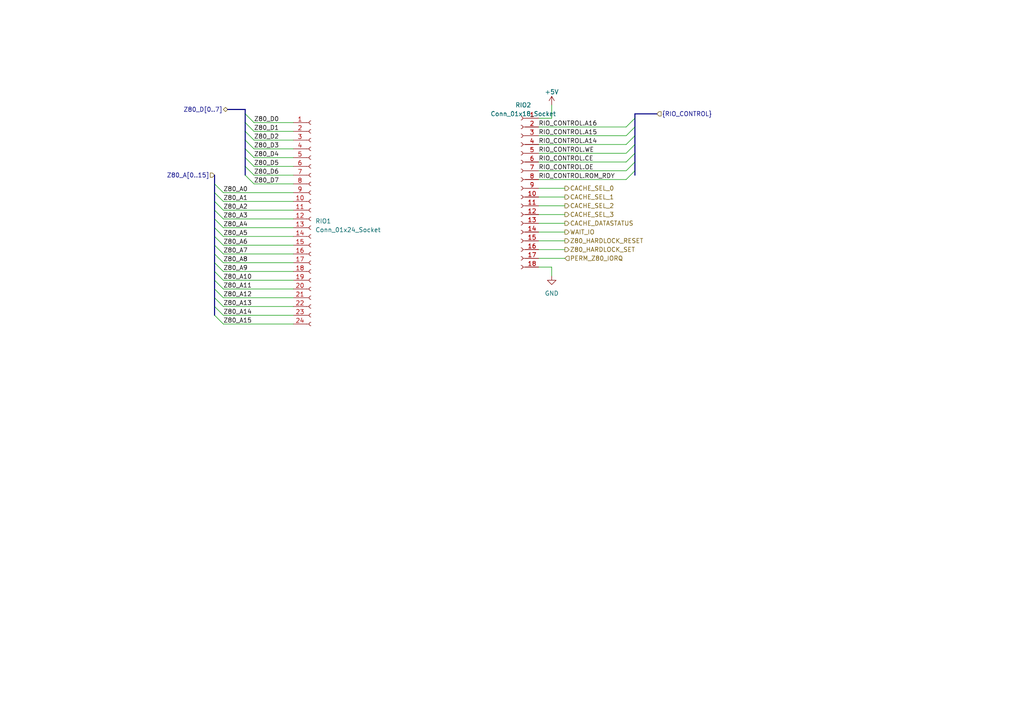
<source format=kicad_sch>
(kicad_sch (version 20230121) (generator eeschema)
  (paper "A4")
  (lib_symbols
    (symbol "Connector:Conn_01x18_Socket" (pin_names (offset 1.016) hide)
      (property "Reference" "J" (at 0 22.86 0))
      (property "Value" "Conn_01x18_Socket" (at 0 -25.4 0))
      (symbol "Conn_01x18_Socket_1_1"
        (arc (start 0 -22.352) (mid -0.5058 -22.86) (end 0 -23.368) (stroke (width 0.1524)))
        (arc (start 0 -19.812) (mid -0.5058 -20.32) (end 0 -20.828) (stroke (width 0.1524)))
        (arc (start 0 -17.272) (mid -0.5058 -17.78) (end 0 -18.288) (stroke (width 0.1524)))
        (arc (start 0 -14.732) (mid -0.5058 -15.24) (end 0 -15.748) (stroke (width 0.1524)))
        (arc (start 0 -12.192) (mid -0.5058 -12.7) (end 0 -13.208) (stroke (width 0.1524)))
        (arc (start 0 -9.652) (mid -0.5058 -10.16) (end 0 -10.668) (stroke (width 0.1524)))
        (arc (start 0 -7.112) (mid -0.5058 -7.62) (end 0 -8.128) (stroke (width 0.1524)))
        (arc (start 0 -4.572) (mid -0.5058 -5.08) (end 0 -5.588) (stroke (width 0.1524)))
        (arc (start 0 -2.032) (mid -0.5058 -2.54) (end 0 -3.048) (stroke (width 0.1524)))
        (polyline (pts (xy -1.27 -22.86) (xy -0.508 -22.86)) (stroke (width 0.1524)))
        (polyline (pts (xy -1.27 -20.32) (xy -0.508 -20.32)) (stroke (width 0.1524)))
        (polyline (pts (xy -1.27 -17.78) (xy -0.508 -17.78)) (stroke (width 0.1524)))
        (polyline (pts (xy -1.27 -15.24) (xy -0.508 -15.24)) (stroke (width 0.1524)))
        (polyline (pts (xy -1.27 -12.7) (xy -0.508 -12.7)) (stroke (width 0.1524)))
        (polyline (pts (xy -1.27 -10.16) (xy -0.508 -10.16)) (stroke (width 0.1524)))
        (polyline (pts (xy -1.27 -7.62) (xy -0.508 -7.62)) (stroke (width 0.1524)))
        (polyline (pts (xy -1.27 -5.08) (xy -0.508 -5.08)) (stroke (width 0.1524)))
        (polyline (pts (xy -1.27 -2.54) (xy -0.508 -2.54)) (stroke (width 0.1524)))
        (polyline (pts (xy -1.27 0) (xy -0.508 0)) (stroke (width 0.1524)))
        (polyline (pts (xy -1.27 2.54) (xy -0.508 2.54)) (stroke (width 0.1524)))
        (polyline (pts (xy -1.27 5.08) (xy -0.508 5.08)) (stroke (width 0.1524)))
        (polyline (pts (xy -1.27 7.62) (xy -0.508 7.62)) (stroke (width 0.1524)))
        (polyline (pts (xy -1.27 10.16) (xy -0.508 10.16)) (stroke (width 0.1524)))
        (polyline (pts (xy -1.27 12.7) (xy -0.508 12.7)) (stroke (width 0.1524)))
        (polyline (pts (xy -1.27 15.24) (xy -0.508 15.24)) (stroke (width 0.1524)))
        (polyline (pts (xy -1.27 17.78) (xy -0.508 17.78)) (stroke (width 0.1524)))
        (polyline (pts (xy -1.27 20.32) (xy -0.508 20.32)) (stroke (width 0.1524)))
        (arc (start 0 0.508) (mid -0.5058 0) (end 0 -0.508) (stroke (width 0.1524)))
        (arc (start 0 3.048) (mid -0.5058 2.54) (end 0 2.032) (stroke (width 0.1524)))
        (arc (start 0 5.588) (mid -0.5058 5.08) (end 0 4.572) (stroke (width 0.1524)))
        (arc (start 0 8.128) (mid -0.5058 7.62) (end 0 7.112) (stroke (width 0.1524)))
        (arc (start 0 10.668) (mid -0.5058 10.16) (end 0 9.652) (stroke (width 0.1524)))
        (arc (start 0 13.208) (mid -0.5058 12.7) (end 0 12.192) (stroke (width 0.1524)))
        (arc (start 0 15.748) (mid -0.5058 15.24) (end 0 14.732) (stroke (width 0.1524)))
        (arc (start 0 18.288) (mid -0.5058 17.78) (end 0 17.272) (stroke (width 0.1524)))
        (arc (start 0 20.828) (mid -0.5058 20.32) (end 0 19.812) (stroke (width 0.1524)))
        (pin passive line (at -5.08 20.32 0) (length 3.81) (name "Pin_1") (number "1"))
        (pin passive line (at -5.08 -2.54 0) (length 3.81) (name "Pin_10") (number "10"))
        (pin passive line (at -5.08 -5.08 0) (length 3.81) (name "Pin_11") (number "11"))
        (pin passive line (at -5.08 -7.62 0) (length 3.81) (name "Pin_12") (number "12"))
        (pin passive line (at -5.08 -10.16 0) (length 3.81) (name "Pin_13") (number "13"))
        (pin passive line (at -5.08 -12.7 0) (length 3.81) (name "Pin_14") (number "14"))
        (pin passive line (at -5.08 -15.24 0) (length 3.81) (name "Pin_15") (number "15"))
        (pin passive line (at -5.08 -17.78 0) (length 3.81) (name "Pin_16") (number "16"))
        (pin passive line (at -5.08 -20.32 0) (length 3.81) (name "Pin_17") (number "17"))
        (pin passive line (at -5.08 -22.86 0) (length 3.81) (name "Pin_18") (number "18"))
        (pin passive line (at -5.08 17.78 0) (length 3.81) (name "Pin_2") (number "2"))
        (pin passive line (at -5.08 15.24 0) (length 3.81) (name "Pin_3") (number "3"))
        (pin passive line (at -5.08 12.7 0) (length 3.81) (name "Pin_4") (number "4"))
        (pin passive line (at -5.08 10.16 0) (length 3.81) (name "Pin_5") (number "5"))
        (pin passive line (at -5.08 7.62 0) (length 3.81) (name "Pin_6") (number "6"))
        (pin passive line (at -5.08 5.08 0) (length 3.81) (name "Pin_7") (number "7"))
        (pin passive line (at -5.08 2.54 0) (length 3.81) (name "Pin_8") (number "8"))
        (pin passive line (at -5.08 0 0) (length 3.81) (name "Pin_9") (number "9"))
      )
    )
    (symbol "Connector:Conn_01x24_Socket" (pin_names (offset 1.016) hide)
      (property "Reference" "J" (at 0 30.48 0))
      (property "Value" "Conn_01x24_Socket" (at 0 -33.02 0))
      (symbol "Conn_01x24_Socket_1_1"
        (arc (start 0 -29.972) (mid -0.5058 -30.48) (end 0 -30.988) (stroke (width 0.1524)))
        (arc (start 0 -27.432) (mid -0.5058 -27.94) (end 0 -28.448) (stroke (width 0.1524)))
        (arc (start 0 -24.892) (mid -0.5058 -25.4) (end 0 -25.908) (stroke (width 0.1524)))
        (arc (start 0 -22.352) (mid -0.5058 -22.86) (end 0 -23.368) (stroke (width 0.1524)))
        (arc (start 0 -19.812) (mid -0.5058 -20.32) (end 0 -20.828) (stroke (width 0.1524)))
        (arc (start 0 -17.272) (mid -0.5058 -17.78) (end 0 -18.288) (stroke (width 0.1524)))
        (arc (start 0 -14.732) (mid -0.5058 -15.24) (end 0 -15.748) (stroke (width 0.1524)))
        (arc (start 0 -12.192) (mid -0.5058 -12.7) (end 0 -13.208) (stroke (width 0.1524)))
        (arc (start 0 -9.652) (mid -0.5058 -10.16) (end 0 -10.668) (stroke (width 0.1524)))
        (arc (start 0 -7.112) (mid -0.5058 -7.62) (end 0 -8.128) (stroke (width 0.1524)))
        (arc (start 0 -4.572) (mid -0.5058 -5.08) (end 0 -5.588) (stroke (width 0.1524)))
        (arc (start 0 -2.032) (mid -0.5058 -2.54) (end 0 -3.048) (stroke (width 0.1524)))
        (polyline (pts (xy -1.27 -30.48) (xy -0.508 -30.48)) (stroke (width 0.1524)))
        (polyline (pts (xy -1.27 -27.94) (xy -0.508 -27.94)) (stroke (width 0.1524)))
        (polyline (pts (xy -1.27 -25.4) (xy -0.508 -25.4)) (stroke (width 0.1524)))
        (polyline (pts (xy -1.27 -22.86) (xy -0.508 -22.86)) (stroke (width 0.1524)))
        (polyline (pts (xy -1.27 -20.32) (xy -0.508 -20.32)) (stroke (width 0.1524)))
        (polyline (pts (xy -1.27 -17.78) (xy -0.508 -17.78)) (stroke (width 0.1524)))
        (polyline (pts (xy -1.27 -15.24) (xy -0.508 -15.24)) (stroke (width 0.1524)))
        (polyline (pts (xy -1.27 -12.7) (xy -0.508 -12.7)) (stroke (width 0.1524)))
        (polyline (pts (xy -1.27 -10.16) (xy -0.508 -10.16)) (stroke (width 0.1524)))
        (polyline (pts (xy -1.27 -7.62) (xy -0.508 -7.62)) (stroke (width 0.1524)))
        (polyline (pts (xy -1.27 -5.08) (xy -0.508 -5.08)) (stroke (width 0.1524)))
        (polyline (pts (xy -1.27 -2.54) (xy -0.508 -2.54)) (stroke (width 0.1524)))
        (polyline (pts (xy -1.27 0) (xy -0.508 0)) (stroke (width 0.1524)))
        (polyline (pts (xy -1.27 2.54) (xy -0.508 2.54)) (stroke (width 0.1524)))
        (polyline (pts (xy -1.27 5.08) (xy -0.508 5.08)) (stroke (width 0.1524)))
        (polyline (pts (xy -1.27 7.62) (xy -0.508 7.62)) (stroke (width 0.1524)))
        (polyline (pts (xy -1.27 10.16) (xy -0.508 10.16)) (stroke (width 0.1524)))
        (polyline (pts (xy -1.27 12.7) (xy -0.508 12.7)) (stroke (width 0.1524)))
        (polyline (pts (xy -1.27 15.24) (xy -0.508 15.24)) (stroke (width 0.1524)))
        (polyline (pts (xy -1.27 17.78) (xy -0.508 17.78)) (stroke (width 0.1524)))
        (polyline (pts (xy -1.27 20.32) (xy -0.508 20.32)) (stroke (width 0.1524)))
        (polyline (pts (xy -1.27 22.86) (xy -0.508 22.86)) (stroke (width 0.1524)))
        (polyline (pts (xy -1.27 25.4) (xy -0.508 25.4)) (stroke (width 0.1524)))
        (polyline (pts (xy -1.27 27.94) (xy -0.508 27.94)) (stroke (width 0.1524)))
        (arc (start 0 0.508) (mid -0.5058 0) (end 0 -0.508) (stroke (width 0.1524)))
        (arc (start 0 3.048) (mid -0.5058 2.54) (end 0 2.032) (stroke (width 0.1524)))
        (arc (start 0 5.588) (mid -0.5058 5.08) (end 0 4.572) (stroke (width 0.1524)))
        (arc (start 0 8.128) (mid -0.5058 7.62) (end 0 7.112) (stroke (width 0.1524)))
        (arc (start 0 10.668) (mid -0.5058 10.16) (end 0 9.652) (stroke (width 0.1524)))
        (arc (start 0 13.208) (mid -0.5058 12.7) (end 0 12.192) (stroke (width 0.1524)))
        (arc (start 0 15.748) (mid -0.5058 15.24) (end 0 14.732) (stroke (width 0.1524)))
        (arc (start 0 18.288) (mid -0.5058 17.78) (end 0 17.272) (stroke (width 0.1524)))
        (arc (start 0 20.828) (mid -0.5058 20.32) (end 0 19.812) (stroke (width 0.1524)))
        (arc (start 0 23.368) (mid -0.5058 22.86) (end 0 22.352) (stroke (width 0.1524)))
        (arc (start 0 25.908) (mid -0.5058 25.4) (end 0 24.892) (stroke (width 0.1524)))
        (arc (start 0 28.448) (mid -0.5058 27.94) (end 0 27.432) (stroke (width 0.1524)))
        (pin passive line (at -5.08 27.94 0) (length 3.81) (name "Pin_1") (number "1"))
        (pin passive line (at -5.08 5.08 0) (length 3.81) (name "Pin_10") (number "10"))
        (pin passive line (at -5.08 2.54 0) (length 3.81) (name "Pin_11") (number "11"))
        (pin passive line (at -5.08 0 0) (length 3.81) (name "Pin_12") (number "12"))
        (pin passive line (at -5.08 -2.54 0) (length 3.81) (name "Pin_13") (number "13"))
        (pin passive line (at -5.08 -5.08 0) (length 3.81) (name "Pin_14") (number "14"))
        (pin passive line (at -5.08 -7.62 0) (length 3.81) (name "Pin_15") (number "15"))
        (pin passive line (at -5.08 -10.16 0) (length 3.81) (name "Pin_16") (number "16"))
        (pin passive line (at -5.08 -12.7 0) (length 3.81) (name "Pin_17") (number "17"))
        (pin passive line (at -5.08 -15.24 0) (length 3.81) (name "Pin_18") (number "18"))
        (pin passive line (at -5.08 -17.78 0) (length 3.81) (name "Pin_19") (number "19"))
        (pin passive line (at -5.08 25.4 0) (length 3.81) (name "Pin_2") (number "2"))
        (pin passive line (at -5.08 -20.32 0) (length 3.81) (name "Pin_20") (number "20"))
        (pin passive line (at -5.08 -22.86 0) (length 3.81) (name "Pin_21") (number "21"))
        (pin passive line (at -5.08 -25.4 0) (length 3.81) (name "Pin_22") (number "22"))
        (pin passive line (at -5.08 -27.94 0) (length 3.81) (name "Pin_23") (number "23"))
        (pin passive line (at -5.08 -30.48 0) (length 3.81) (name "Pin_24") (number "24"))
        (pin passive line (at -5.08 22.86 0) (length 3.81) (name "Pin_3") (number "3"))
        (pin passive line (at -5.08 20.32 0) (length 3.81) (name "Pin_4") (number "4"))
        (pin passive line (at -5.08 17.78 0) (length 3.81) (name "Pin_5") (number "5"))
        (pin passive line (at -5.08 15.24 0) (length 3.81) (name "Pin_6") (number "6"))
        (pin passive line (at -5.08 12.7 0) (length 3.81) (name "Pin_7") (number "7"))
        (pin passive line (at -5.08 10.16 0) (length 3.81) (name "Pin_8") (number "8"))
        (pin passive line (at -5.08 7.62 0) (length 3.81) (name "Pin_9") (number "9"))
      )
    )
    (symbol "power:+5V" (power) (pin_names (offset 0))
      (property "Value" "+5V" (at 0 3.556 0))
      (symbol "+5V_0_1"
        (polyline (pts (xy -0.762 1.27) (xy 0 2.54)))
        (polyline (pts (xy 0 0) (xy 0 2.54)))
        (polyline (pts (xy 0 2.54) (xy 0.762 1.27)))
      )
      (symbol "+5V_1_1"
        (pin power_in line (at 0 0 90) (length 0) hide (name "+5V") (number "1"))
      )
    )
    (symbol "power:GND" (power) (pin_names (offset 0))
      (property "Value" "GND" (at 0 -3.81 0))
      (symbol "GND_0_1"
        (polyline (pts (xy 0 0) (xy 0 -1.27) (xy 1.27 -1.27) (xy 0 -2.54) (xy -1.27 -1.27) (xy 0 -1.27)))
      )
      (symbol "GND_1_1"
        (pin power_in line (at 0 0 270) (length 0) hide (name "GND") (number "1"))
      )
    )
  )
  (bus_entry (at 184.15 49.53) (size -2.54 2.54))
  (bus_entry (at 62.23 63.5) (size 2.54 2.54))
  (bus_entry (at 64.77 81.28) (size -2.54 -2.54))
  (bus_entry (at 71.12 40.64) (size 2.54 2.54))
  (bus_entry (at 62.23 66.04) (size 2.54 2.54))
  (bus_entry (at 71.12 33.02) (size 2.54 2.54))
  (bus_entry (at 184.15 36.83) (size -2.54 2.54))
  (bus_entry (at 71.12 50.8) (size 2.54 2.54))
  (bus_entry (at 71.12 43.18) (size 2.54 2.54))
  (bus_entry (at 64.77 83.82) (size -2.54 -2.54))
  (bus_entry (at 64.77 78.74) (size -2.54 -2.54))
  (bus_entry (at 62.23 68.58) (size 2.54 2.54))
  (bus_entry (at 71.12 45.72) (size 2.54 2.54))
  (bus_entry (at 62.23 86.36) (size 2.54 2.54))
  (bus_entry (at 62.23 73.66) (size 2.54 2.54))
  (bus_entry (at 71.12 38.1) (size 2.54 2.54))
  (bus_entry (at 62.23 58.42) (size 2.54 2.54))
  (bus_entry (at 184.15 39.37) (size -2.54 2.54))
  (bus_entry (at 184.15 46.99) (size -2.54 2.54))
  (bus_entry (at 62.23 91.44) (size 2.54 2.54))
  (bus_entry (at 62.23 71.12) (size 2.54 2.54))
  (bus_entry (at 184.15 44.45) (size -2.54 2.54))
  (bus_entry (at 71.12 35.56) (size 2.54 2.54))
  (bus_entry (at 62.23 53.34) (size 2.54 2.54))
  (bus_entry (at 62.23 60.96) (size 2.54 2.54))
  (bus_entry (at 62.23 88.9) (size 2.54 2.54))
  (bus_entry (at 184.15 41.91) (size -2.54 2.54))
  (bus_entry (at 71.12 48.26) (size 2.54 2.54))
  (bus_entry (at 64.77 86.36) (size -2.54 -2.54))
  (bus_entry (at 184.15 34.29) (size -2.54 2.54))
  (bus_entry (at 62.23 55.88) (size 2.54 2.54))
  (bus (pts (xy 62.23 66.04) (xy 62.23 68.58)))
  (wire (pts (xy 85.09 63.5) (xy 64.77 63.5)))
  (wire (pts (xy 64.77 76.2) (xy 85.09 76.2)))
  (bus (pts (xy 62.23 60.96) (xy 62.23 63.5)))
  (bus (pts (xy 62.23 86.36) (xy 62.23 88.9)))
  (bus (pts (xy 62.23 68.58) (xy 62.23 71.12)))
  (bus (pts (xy 71.12 33.02) (xy 71.12 35.56)))
  (wire (pts (xy 156.21 49.53) (xy 181.61 49.53)))
  (wire (pts (xy 156.21 72.39) (xy 163.83 72.39)))
  (wire (pts (xy 156.21 59.69) (xy 163.83 59.69)))
  (bus (pts (xy 71.12 38.1) (xy 71.12 40.64)))
  (wire (pts (xy 85.09 60.96) (xy 64.77 60.96)))
  (wire (pts (xy 85.09 71.12) (xy 64.77 71.12)))
  (bus (pts (xy 66.04 31.75) (xy 71.12 31.75)))
  (wire (pts (xy 156.21 64.77) (xy 163.83 64.77)))
  (bus (pts (xy 184.15 33.02) (xy 184.15 34.29)))
  (bus (pts (xy 184.15 44.45) (xy 184.15 46.99)))
  (wire (pts (xy 160.02 77.47) (xy 160.02 80.01)))
  (bus (pts (xy 184.15 34.29) (xy 184.15 36.83)))
  (wire (pts (xy 156.21 41.91) (xy 181.61 41.91)))
  (wire (pts (xy 160.02 34.29) (xy 160.02 30.48)))
  (bus (pts (xy 184.15 39.37) (xy 184.15 41.91)))
  (wire (pts (xy 85.09 58.42) (xy 64.77 58.42)))
  (wire (pts (xy 156.21 62.23) (xy 163.83 62.23)))
  (wire (pts (xy 64.77 91.44) (xy 85.09 91.44)))
  (bus (pts (xy 190.5 33.02) (xy 184.15 33.02)))
  (wire (pts (xy 85.09 68.58) (xy 64.77 68.58)))
  (bus (pts (xy 62.23 76.2) (xy 62.23 78.74)))
  (bus (pts (xy 71.12 48.26) (xy 71.12 50.8)))
  (wire (pts (xy 156.21 34.29) (xy 160.02 34.29)))
  (bus (pts (xy 62.23 88.9) (xy 62.23 91.44)))
  (bus (pts (xy 71.12 35.56) (xy 71.12 38.1)))
  (wire (pts (xy 85.09 38.1) (xy 73.66 38.1)))
  (wire (pts (xy 85.09 50.8) (xy 73.66 50.8)))
  (wire (pts (xy 85.09 81.28) (xy 64.77 81.28)))
  (wire (pts (xy 85.09 48.26) (xy 73.66 48.26)))
  (bus (pts (xy 71.12 40.64) (xy 71.12 43.18)))
  (bus (pts (xy 62.23 55.88) (xy 62.23 58.42)))
  (bus (pts (xy 184.15 41.91) (xy 184.15 44.45)))
  (wire (pts (xy 156.21 46.99) (xy 181.61 46.99)))
  (wire (pts (xy 156.21 67.31) (xy 163.83 67.31)))
  (wire (pts (xy 85.09 53.34) (xy 73.66 53.34)))
  (wire (pts (xy 85.09 86.36) (xy 64.77 86.36)))
  (wire (pts (xy 156.21 44.45) (xy 181.61 44.45)))
  (bus (pts (xy 184.15 46.99) (xy 184.15 49.53)))
  (wire (pts (xy 85.09 40.64) (xy 73.66 40.64)))
  (wire (pts (xy 64.77 93.98) (xy 85.09 93.98)))
  (bus (pts (xy 62.23 78.74) (xy 62.23 81.28)))
  (bus (pts (xy 184.15 49.53) (xy 184.15 50.8)))
  (wire (pts (xy 156.21 74.93) (xy 163.83 74.93)))
  (wire (pts (xy 156.21 57.15) (xy 163.83 57.15)))
  (bus (pts (xy 62.23 81.28) (xy 62.23 83.82)))
  (bus (pts (xy 62.23 58.42) (xy 62.23 60.96)))
  (bus (pts (xy 62.23 83.82) (xy 62.23 86.36)))
  (wire (pts (xy 85.09 73.66) (xy 64.77 73.66)))
  (bus (pts (xy 62.23 71.12) (xy 62.23 73.66)))
  (wire (pts (xy 64.77 83.82) (xy 85.09 83.82)))
  (wire (pts (xy 85.09 35.56) (xy 73.66 35.56)))
  (bus (pts (xy 71.12 31.75) (xy 71.12 33.02)))
  (bus (pts (xy 62.23 73.66) (xy 62.23 76.2)))
  (wire (pts (xy 156.21 36.83) (xy 181.61 36.83)))
  (bus (pts (xy 71.12 43.18) (xy 71.12 45.72)))
  (wire (pts (xy 85.09 88.9) (xy 64.77 88.9)))
  (wire (pts (xy 85.09 43.18) (xy 73.66 43.18)))
  (wire (pts (xy 85.09 66.04) (xy 64.77 66.04)))
  (wire (pts (xy 156.21 77.47) (xy 160.02 77.47)))
  (bus (pts (xy 62.23 53.34) (xy 62.23 55.88)))
  (wire (pts (xy 85.09 55.88) (xy 64.77 55.88)))
  (wire (pts (xy 156.21 54.61) (xy 163.83 54.61)))
  (bus (pts (xy 62.23 63.5) (xy 62.23 66.04)))
  (wire (pts (xy 156.21 39.37) (xy 181.61 39.37)))
  (wire (pts (xy 85.09 78.74) (xy 64.77 78.74)))
  (bus (pts (xy 62.23 50.8) (xy 62.23 53.34)))
  (wire (pts (xy 156.21 69.85) (xy 163.83 69.85)))
  (wire (pts (xy 156.21 52.07) (xy 181.61 52.07)))
  (bus (pts (xy 71.12 45.72) (xy 71.12 48.26)))
  (bus (pts (xy 184.15 36.83) (xy 184.15 39.37)))
  (wire (pts (xy 85.09 45.72) (xy 73.66 45.72)))
  (label "RIO_CONTROL.A16" (at 156.21 36.83 0))
  (label "Z80_D0" (at 73.66 35.56 0))
  (label "Z80_D4" (at 73.66 45.72 0))
  (label "Z80_D6" (at 73.66 50.8 0))
  (label "Z80_A8" (at 64.77 76.2 0))
  (label "Z80_A15" (at 64.77 93.98 0))
  (label "RIO_CONTROL.CE" (at 156.21 46.99 0))
  (label "Z80_A14" (at 64.77 91.44 0))
  (label "Z80_D2" (at 73.66 40.64 0))
  (label "Z80_A5" (at 64.77 68.58 0))
  (label "RIO_CONTROL.A15" (at 156.21 39.37 0))
  (label "Z80_D1" (at 73.66 38.1 0))
  (label "RIO_CONTROL.OE" (at 156.21 49.53 0))
  (label "Z80_A3" (at 64.77 63.5 0))
  (label "RIO_CONTROL.A14" (at 156.21 41.91 0))
  (label "Z80_A4" (at 64.77 66.04 0))
  (label "Z80_D5" (at 73.66 48.26 0))
  (label "Z80_A1" (at 64.77 58.42 0))
  (label "Z80_A11" (at 64.77 83.82 0))
  (label "RIO_CONTROL.ROM_RDY" (at 156.21 52.07 0))
  (label "Z80_A0" (at 64.77 55.88 0))
  (label "Z80_A6" (at 64.77 71.12 0))
  (label "Z80_A9" (at 64.77 78.74 0))
  (label "Z80_A12" (at 64.77 86.36 0))
  (label "Z80_A13" (at 64.77 88.9 0))
  (label "Z80_A2" (at 64.77 60.96 0))
  (label "Z80_D7" (at 73.66 53.34 0))
  (label "Z80_D3" (at 73.66 43.18 0))
  (label "Z80_A7" (at 64.77 73.66 0))
  (label "RIO_CONTROL.WE" (at 156.21 44.45 0))
  (label "Z80_A10" (at 64.77 81.28 0))
  (hierarchical_label "{RIO_CONTROL}" (shape input) (at 190.5 33.02 0))
  (hierarchical_label "CACHE_SEL_0" (shape output) (at 163.83 54.61 0))
  (hierarchical_label "Z80_A[0..15]" (shape input) (at 62.23 50.8 180))
  (hierarchical_label "WAIT_IO" (shape output) (at 163.83 67.31 0))
  (hierarchical_label "Z80_HARDLOCK_RESET" (shape output) (at 163.83 69.85 0))
  (hierarchical_label "PERM_Z80_IORQ" (shape input) (at 163.83 74.93 0))
  (hierarchical_label "CACHE_DATASTATUS" (shape output) (at 163.83 64.77 0))
  (hierarchical_label "CACHE_SEL_3" (shape output) (at 163.83 62.23 0))
  (hierarchical_label "Z80_HARDLOCK_SET" (shape output) (at 163.83 72.39 0))
  (hierarchical_label "CACHE_SEL_2" (shape output) (at 163.83 59.69 0))
  (hierarchical_label "Z80_D[0..7]" (shape bidirectional) (at 66.04 31.75 180))
  (hierarchical_label "CACHE_SEL_1" (shape output) (at 163.83 57.15 0))
  (symbol (lib_id "power:+5V") (at 160.02 30.48 0) (unit 1)
    (property "Reference" "#PWR0102" (effects hide))
    (property "Value" "+5V" (at 160.02 26.67 0))
    (instances (project "ZXspectrum_Concept_v2.kicad_pro" (path "" (reference "#PWR0102") (unit 1))) (project "RIO-128K_ZXspectrum" (path "" (reference "#PWR010") (unit 1))))
  )
  (symbol (lib_id "power:GND") (at 160.02 80.01 0) (unit 1)
    (property "Reference" "#PWR0101" (effects hide))
    (property "Value" "GND" (at 160.02 85.09 0))
    (instances (project "ZXspectrum_Concept_v2.kicad_pro" (path "" (reference "#PWR0101") (unit 1))) (project "RIO-128K_ZXspectrum" (path "" (reference "#PWR011") (unit 1))))
  )
  (symbol (lib_id "Connector:Conn_01x18_Socket") (at 151.13 54.61 0) (mirror y) (unit 1)
    (property "Reference" "RIO2" (at 151.765 30.48 0))
    (property "Value" "Conn_01x18_Socket" (at 151.765 33.02 0))
    (property "Footprint" "Connector_PinSocket_2.54mm:PinSocket_1x18_P2.54mm_Vertical" (effects hide))
    (instances (project "ZXspectrum_Concept_v2.kicad_pro" (path "" (reference "RIO2") (unit 1))) (project "RIO-128K_ZXspectrum" (path "" (reference "J2") (unit 1))))
  )
  (symbol (lib_id "Connector:Conn_01x24_Socket") (at 90.17 63.5 0) (unit 1)
    (property "Reference" "RIO1" (at 91.44 64.135 0) (effects (justify left)))
    (property "Value" "Conn_01x24_Socket" (at 91.44 66.675 0) (effects (justify left)))
    (property "Footprint" "Connector_PinSocket_2.54mm:PinSocket_1x24_P2.54mm_Vertical" (effects hide))
    (instances (project "ZXspectrum_Concept_v2.kicad_pro" (path "" (reference "RIO1") (unit 1))) (project "RIO-128K_ZXspectrum" (path "" (reference "J1") (unit 1))))
  )
)
</source>
